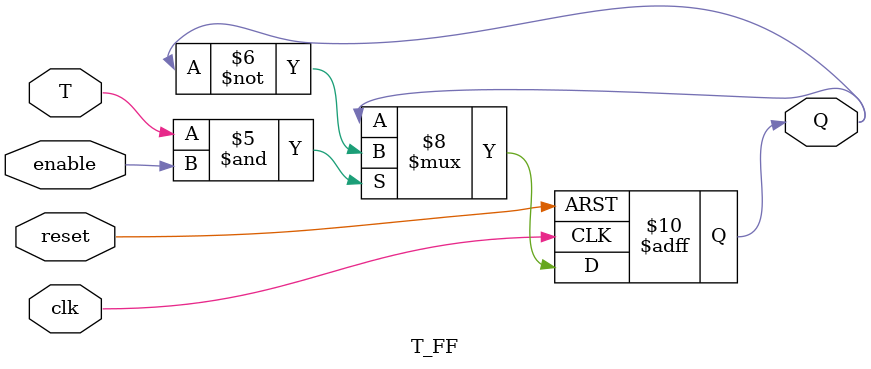
<source format=v>
module T_FF(
    input T,
    input clk,
    input reset,
    input enable,
    output reg Q
    );
    always @ (posedge clk or posedge reset) begin
     if(reset==1'b1)begin
        Q = 1'b0; 
     end
     else begin
        if (T == 1'b1 & enable == 1'b1) begin
            Q = ~Q;
        end
        else begin
            Q = Q;
        end 
     end
    end 
endmodule
</source>
